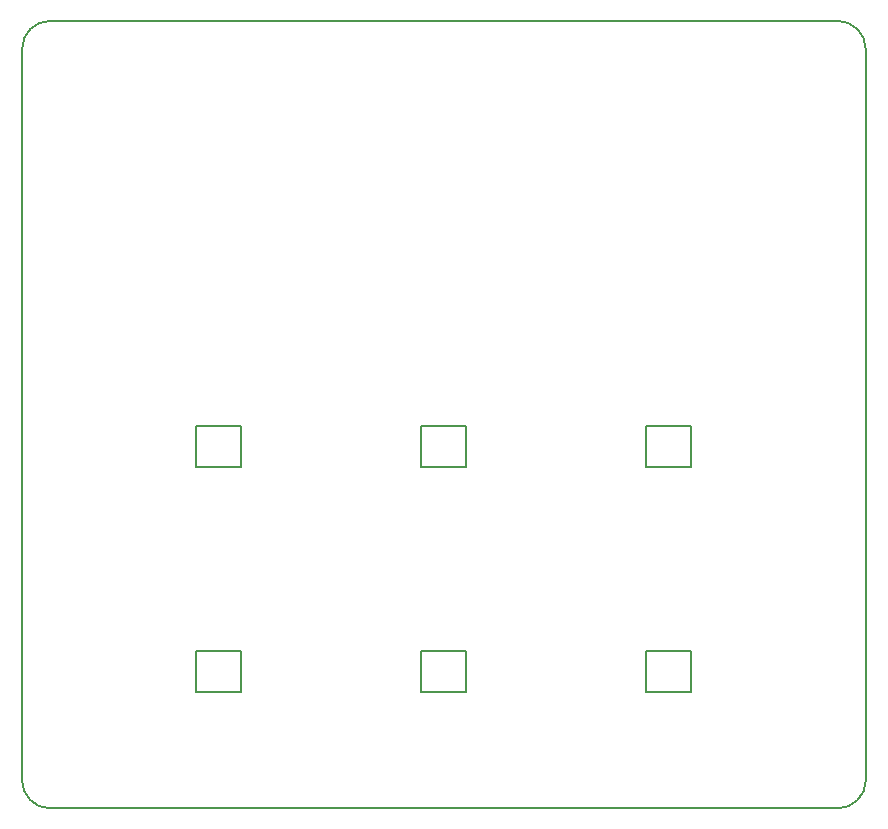
<source format=gbr>
G04 #@! TF.GenerationSoftware,KiCad,Pcbnew,(5.1.5)-3*
G04 #@! TF.CreationDate,2021-05-11T09:46:13+07:00*
G04 #@! TF.ProjectId,uso!VNC,75736f21-564e-4432-9e6b-696361645f70,rev?*
G04 #@! TF.SameCoordinates,Original*
G04 #@! TF.FileFunction,Profile,NP*
%FSLAX46Y46*%
G04 Gerber Fmt 4.6, Leading zero omitted, Abs format (unit mm)*
G04 Created by KiCad (PCBNEW (5.1.5)-3) date 2021-05-11 09:46:13*
%MOMM*%
%LPD*%
G04 APERTURE LIST*
%ADD10C,0.150000*%
G04 APERTURE END LIST*
D10*
X233362500Y-83343750D02*
X300037500Y-83343750D01*
X233362500Y-150018750D02*
G75*
G02X230981250Y-147637500I0J2381250D01*
G01*
X302418750Y-147637500D02*
G75*
G02X300037500Y-150018750I-2381250J0D01*
G01*
X300037500Y-83343750D02*
G75*
G02X302418750Y-85725000I0J-2381250D01*
G01*
X230981250Y-85725000D02*
G75*
G02X233362500Y-83343750I2381250J0D01*
G01*
X230981250Y-147637500D02*
X230981250Y-85725000D01*
X300037500Y-150018750D02*
X233362500Y-150018750D01*
X302418750Y-85725000D02*
X302418750Y-147637500D01*
X245750000Y-136730000D02*
X249550000Y-136730000D01*
X245750000Y-136730000D02*
X245750000Y-140130000D01*
X245750000Y-140130000D02*
X249550000Y-140130000D01*
X249550000Y-136730000D02*
X249550000Y-140130000D01*
X264800000Y-136730000D02*
X268600000Y-136730000D01*
X264800000Y-136730000D02*
X264800000Y-140130000D01*
X264800000Y-140130000D02*
X268600000Y-140130000D01*
X268600000Y-136730000D02*
X268600000Y-140130000D01*
X287650000Y-136730000D02*
X287650000Y-140130000D01*
X283850000Y-140130000D02*
X287650000Y-140130000D01*
X283850000Y-136730000D02*
X283850000Y-140130000D01*
X283850000Y-136730000D02*
X287650000Y-136730000D01*
X287650000Y-117680000D02*
X287650000Y-121080000D01*
X283850000Y-121080000D02*
X287650000Y-121080000D01*
X283850000Y-117680000D02*
X283850000Y-121080000D01*
X283850000Y-117680000D02*
X287650000Y-117680000D01*
X264800000Y-117680000D02*
X268600000Y-117680000D01*
X264800000Y-117680000D02*
X264800000Y-121080000D01*
X264800000Y-121080000D02*
X268600000Y-121080000D01*
X268600000Y-117680000D02*
X268600000Y-121080000D01*
X245750000Y-117680000D02*
X249550000Y-117680000D01*
X245750000Y-117680000D02*
X245750000Y-121080000D01*
X245750000Y-121080000D02*
X249550000Y-121080000D01*
X249550000Y-117680000D02*
X249550000Y-121080000D01*
M02*

</source>
